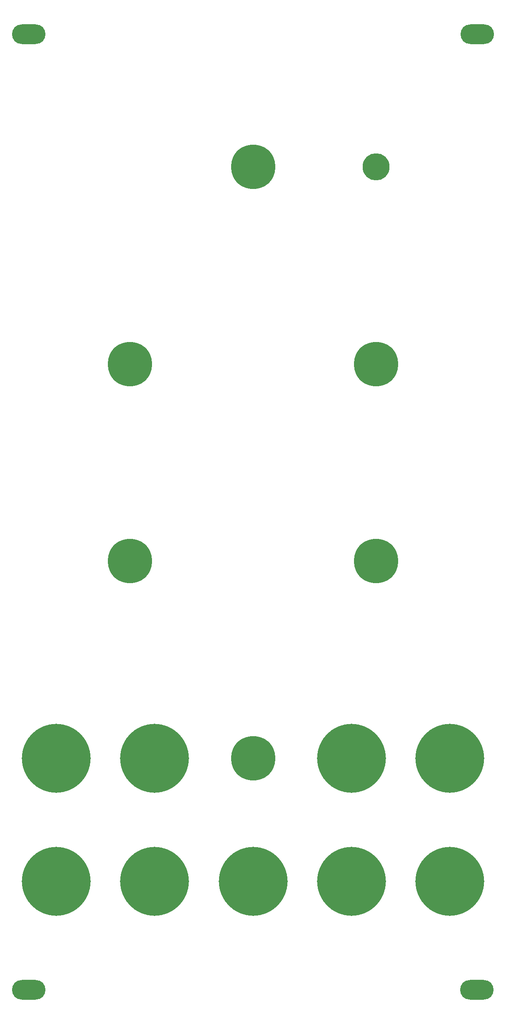
<source format=gbr>
%TF.GenerationSoftware,KiCad,Pcbnew,5.1.8-db9833491~88~ubuntu20.04.1*%
%TF.CreationDate,2020-11-30T22:13:06-05:00*%
%TF.ProjectId,mfos_vclfo_sync-panel,6d666f73-5f76-4636-9c66-6f5f73796e63,rev?*%
%TF.SameCoordinates,Original*%
%TF.FileFunction,Soldermask,Bot*%
%TF.FilePolarity,Negative*%
%FSLAX46Y46*%
G04 Gerber Fmt 4.6, Leading zero omitted, Abs format (unit mm)*
G04 Created by KiCad (PCBNEW 5.1.8-db9833491~88~ubuntu20.04.1) date 2020-11-30 22:13:06*
%MOMM*%
%LPD*%
G01*
G04 APERTURE LIST*
%ADD10C,14.000000*%
%ADD11C,9.000000*%
%ADD12O,6.800000X4.000000*%
%ADD13C,5.500000*%
G04 APERTURE END LIST*
D10*
%TO.C,H20*%
X115000000Y-155000000D03*
%TD*%
D11*
%TO.C,H19*%
X75000000Y-130000000D03*
%TD*%
D10*
%TO.C,H18*%
X35000000Y-130000000D03*
%TD*%
%TO.C,H17*%
X75000000Y-155000000D03*
%TD*%
%TO.C,H16*%
X95000000Y-130000000D03*
%TD*%
%TO.C,H15*%
X55000000Y-130000000D03*
%TD*%
D11*
%TO.C,H14*%
X75000000Y-10000000D03*
%TD*%
D12*
%TO.C,H13*%
X29400000Y17000000D03*
%TD*%
D10*
%TO.C,H12*%
X55000000Y-155000000D03*
%TD*%
D11*
%TO.C,H11*%
X100000000Y-50000000D03*
%TD*%
D12*
%TO.C,H10*%
X120500000Y-177000000D03*
%TD*%
D10*
%TO.C,H9*%
X35000000Y-155000000D03*
%TD*%
D11*
%TO.C,H8*%
X50000000Y-90000000D03*
%TD*%
D12*
%TO.C,H7*%
X120600000Y17000000D03*
%TD*%
D10*
%TO.C,H6*%
X115000000Y-130000000D03*
%TD*%
D11*
%TO.C,H5*%
X50000000Y-50000000D03*
%TD*%
D12*
%TO.C,H4*%
X29400000Y-177000000D03*
%TD*%
D13*
%TO.C,H3*%
X100000000Y-10000000D03*
%TD*%
D10*
%TO.C,H2*%
X95000000Y-155000000D03*
%TD*%
D11*
%TO.C,H1*%
X100000000Y-90000000D03*
%TD*%
M02*

</source>
